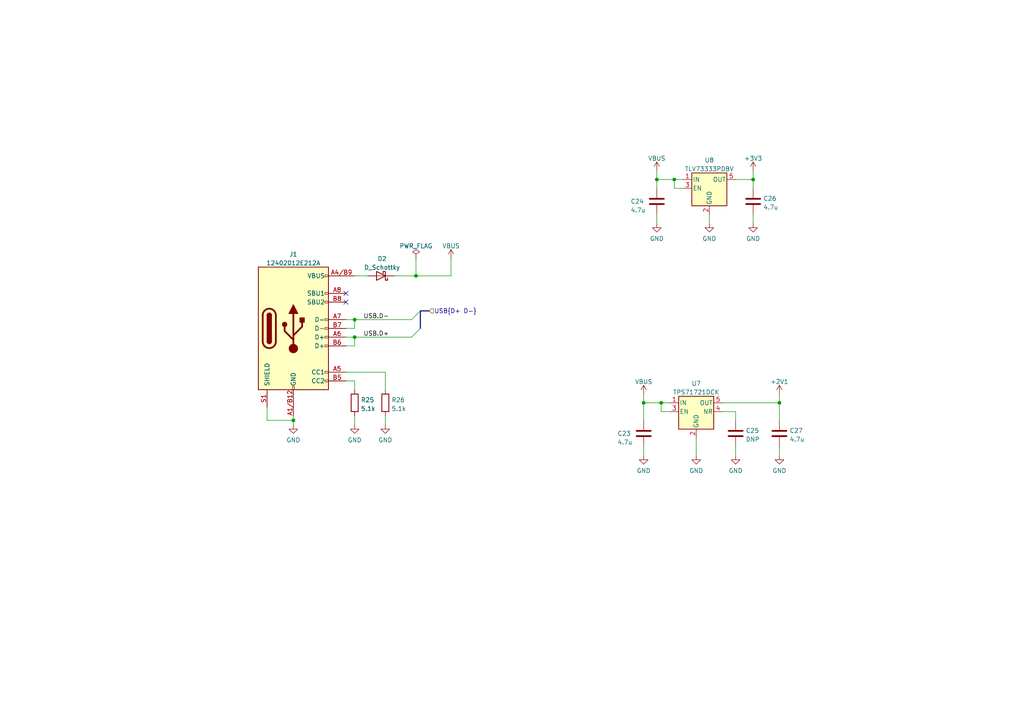
<source format=kicad_sch>
(kicad_sch (version 20211123) (generator eeschema)
  (paper "A4")
  (lib_symbols
    (symbol "Device:C" (pin_numbers hide) (pin_names (offset 0.254))
      (property "Reference" "C" (at 0.635 2.54 0))
      (property "Value" "C" (at 0.635 -2.54 0))
      (symbol "C_0_1"
        (polyline (pts (xy -2.032 -0.762) (xy 2.032 -0.762)) (stroke (width 0.508)))
        (polyline (pts (xy -2.032 0.762) (xy 2.032 0.762)) (stroke (width 0.508)))
      )
      (symbol "C_1_1"
        (pin passive line (at 0 3.81 270) (length 2.794) (name "~") (number "1"))
        (pin passive line (at 0 -3.81 90) (length 2.794) (name "~") (number "2"))
      )
    )
    (symbol "Device:D_Schottky" (pin_numbers hide) (pin_names (offset 1.016) hide)
      (property "Reference" "D" (at 0 2.54 0))
      (property "Value" "D_Schottky" (at 0 -2.54 0))
      (symbol "D_Schottky_0_1"
        (polyline (pts (xy 1.27 0) (xy -1.27 0)))
        (polyline (pts (xy 1.27 1.27) (xy 1.27 -1.27) (xy -1.27 0) (xy 1.27 1.27)) (stroke (width 0.254)))
        (polyline (pts (xy -1.905 0.635) (xy -1.905 1.27) (xy -1.27 1.27) (xy -1.27 -1.27) (xy -0.635 -1.27) (xy -0.635 -0.635)) (stroke (width 0.254)))
      )
      (symbol "D_Schottky_1_1"
        (pin passive line (at -3.81 0 0) (length 2.54) (name "K") (number "1"))
        (pin passive line (at 3.81 0 180) (length 2.54) (name "A") (number "2"))
      )
    )
    (symbol "Device:R" (pin_numbers hide) (pin_names (offset 0))
      (property "Reference" "R" (at 2.032 0 90))
      (property "Value" "R" (at 0 0 90))
      (symbol "R_0_1"
        (rectangle (start -1.016 -2.54) (end 1.016 2.54) (stroke (width 0.254)))
      )
      (symbol "R_1_1"
        (pin passive line (at 0 3.81 270) (length 1.27) (name "~") (number "1"))
        (pin passive line (at 0 -3.81 90) (length 1.27) (name "~") (number "2"))
      )
    )
    (symbol "Regulator_Linear:TLV73333PDBV" (pin_names (offset 0.254))
      (property "Reference" "U" (at -3.81 5.715 0))
      (property "Value" "TLV73333PDBV" (at 0 5.715 0))
      (symbol "TLV73333PDBV_0_1"
        (rectangle (start -5.08 4.445) (end 5.08 -5.08) (stroke (width 0.254)) (fill (type background)))
      )
      (symbol "TLV73333PDBV_1_1"
        (pin power_in line (at -7.62 2.54 0) (length 2.54) (name "IN") (number "1"))
        (pin power_in line (at 0 -7.62 90) (length 2.54) (name "GND") (number "2"))
        (pin input line (at -7.62 0 0) (length 2.54) (name "EN") (number "3"))
        (pin no_connect line (at 5.08 0 180) (length 2.54) hide (name "NC") (number "4"))
        (pin power_out line (at 7.62 2.54 180) (length 2.54) (name "OUT") (number "5"))
      )
    )
    (symbol "power:+3V3" (power) (pin_names (offset 0))
      (property "Value" "+3V3" (at 0 3.556 0))
      (symbol "+3V3_0_1"
        (polyline (pts (xy -0.762 1.27) (xy 0 2.54)))
        (polyline (pts (xy 0 0) (xy 0 2.54)))
        (polyline (pts (xy 0 2.54) (xy 0.762 1.27)))
      )
      (symbol "+3V3_1_1"
        (pin power_in line (at 0 0 90) (length 0) hide (name "+3V3") (number "1"))
      )
    )
    (symbol "power:GND" (power) (pin_names (offset 0))
      (property "Value" "GND" (at 0 -3.81 0))
      (symbol "GND_0_1"
        (polyline (pts (xy 0 0) (xy 0 -1.27) (xy 1.27 -1.27) (xy 0 -2.54) (xy -1.27 -1.27) (xy 0 -1.27)))
      )
      (symbol "GND_1_1"
        (pin power_in line (at 0 0 270) (length 0) hide (name "GND") (number "1"))
      )
    )
    (symbol "power:PWR_FLAG" (power) (pin_numbers hide) (pin_names (offset 0) hide)
      (property "Value" "PWR_FLAG" (at 0 3.81 0))
      (symbol "PWR_FLAG_0_0"
        (pin power_out line (at 0 0 90) (length 0) (name "pwr") (number "1"))
      )
      (symbol "PWR_FLAG_0_1"
        (polyline (pts (xy 0 0) (xy 0 1.27) (xy -1.016 1.905) (xy 0 2.54) (xy 1.016 1.905) (xy 0 1.27)))
      )
    )
    (symbol "power:VBUS" (power) (pin_names (offset 0))
      (property "Value" "VBUS" (at 0 3.81 0))
      (symbol "VBUS_0_1"
        (polyline (pts (xy -0.762 1.27) (xy 0 2.54)))
        (polyline (pts (xy 0 0) (xy 0 2.54)))
        (polyline (pts (xy 0 2.54) (xy 0.762 1.27)))
      )
      (symbol "VBUS_1_1"
        (pin power_in line (at 0 0 90) (length 0) hide (name "VBUS") (number "1"))
      )
    )
    (symbol "riotee:+2V1" (power) (pin_names (offset 0))
      (property "Value" "+2V1" (at 0 3.556 0))
      (symbol "+2V1_0_1"
        (polyline (pts (xy -0.762 1.27) (xy 0 2.54)))
        (polyline (pts (xy 0 0) (xy 0 2.54)))
        (polyline (pts (xy 0 2.54) (xy 0.762 1.27)))
      )
      (symbol "+2V1_1_1"
        (pin power_in line (at 0 0 90) (length 0) hide (name "+2V1") (number "1"))
      )
    )
    (symbol "riotee:12402012E212A" (pin_names (offset 1.016))
      (property "Reference" "J" (at -10.16 19.05 0))
      (property "Value" "12402012E212A" (at 19.05 19.05 0))
      (symbol "12402012E212A_0_0"
        (rectangle (start -0.254 -17.78) (end 0.254 -16.764))
        (rectangle (start 10.16 -14.986) (end 9.144 -15.494))
        (rectangle (start 10.16 -12.446) (end 9.144 -12.954))
        (rectangle (start 10.16 -4.826) (end 9.144 -5.334))
        (rectangle (start 10.16 -2.286) (end 9.144 -2.794))
        (rectangle (start 10.16 0.254) (end 9.144 -0.254))
        (rectangle (start 10.16 2.794) (end 9.144 2.286))
        (rectangle (start 10.16 7.874) (end 9.144 7.366))
        (rectangle (start 10.16 10.414) (end 9.144 9.906))
        (rectangle (start 10.16 15.494) (end 9.144 14.986))
      )
      (symbol "12402012E212A_0_1"
        (rectangle (start -10.16 17.78) (end 10.16 -17.78) (stroke (width 0.254)) (fill (type background)))
        (arc (start -8.89 -3.81) (mid -6.985 -5.715) (end -5.08 -3.81) (stroke (width 0.508)))
        (arc (start -7.62 -3.81) (mid -6.985 -4.445) (end -6.35 -3.81) (stroke (width 0.254)))
        (arc (start -7.62 -3.81) (mid -6.985 -4.445) (end -6.35 -3.81) (stroke (width 0.254)) (fill (type outline)))
        (rectangle (start -7.62 -3.81) (end -6.35 3.81) (stroke (width 0.254)) (fill (type outline)))
        (arc (start -6.35 3.81) (mid -6.985 4.445) (end -7.62 3.81) (stroke (width 0.254)))
        (arc (start -6.35 3.81) (mid -6.985 4.445) (end -7.62 3.81) (stroke (width 0.254)) (fill (type outline)))
        (arc (start -5.08 3.81) (mid -6.985 5.715) (end -8.89 3.81) (stroke (width 0.508)))
        (circle (center -2.54 1.143) (radius 0.635) (stroke (width 0.254)) (fill (type outline)))
        (circle (center 0 -5.842) (radius 1.27) (fill (type outline)))
        (polyline (pts (xy -8.89 -3.81) (xy -8.89 3.81)) (stroke (width 0.508)))
        (polyline (pts (xy -5.08 3.81) (xy -5.08 -3.81)) (stroke (width 0.508)))
        (polyline (pts (xy 0 -5.842) (xy 0 4.318)) (stroke (width 0.508)))
        (polyline (pts (xy 0 -3.302) (xy -2.54 -0.762) (xy -2.54 0.508)) (stroke (width 0.508)))
        (polyline (pts (xy 0 -2.032) (xy 2.54 0.508) (xy 2.54 1.778)) (stroke (width 0.508)))
        (polyline (pts (xy -1.27 4.318) (xy 0 6.858) (xy 1.27 4.318) (xy -1.27 4.318)) (stroke (width 0.254)) (fill (type outline)))
        (rectangle (start 1.905 1.778) (end 3.175 3.048) (stroke (width 0.254)) (fill (type outline)))
      )
      (symbol "12402012E212A_1_1"
        (pin power_out line (at 0 -25.4 90) (length 7.62) (name "GND") (number "A1/B12"))
        (pin passive line (at 17.78 15.24 180) (length 7.62) (name "VBUS") (number "A4/B9"))
        (pin bidirectional line (at 15.24 -12.7 180) (length 5.08) (name "CC1") (number "A5"))
        (pin bidirectional line (at 15.24 -2.54 180) (length 5.08) (name "D+") (number "A6"))
        (pin bidirectional line (at 15.24 2.54 180) (length 5.08) (name "D-") (number "A7"))
        (pin bidirectional line (at 15.24 10.16 180) (length 5.08) (name "SBU1") (number "A8"))
        (pin power_in line (at 0 -25.4 90) (length 7.62) hide (name "GND") (number "B1/A12"))
        (pin passive line (at 17.78 15.24 180) (length 7.62) hide (name "VBUS") (number "B4/A9"))
        (pin bidirectional line (at 15.24 -15.24 180) (length 5.08) (name "CC2") (number "B5"))
        (pin bidirectional line (at 15.24 -5.08 180) (length 5.08) (name "D+") (number "B6"))
        (pin bidirectional line (at 15.24 0 180) (length 5.08) (name "D-") (number "B7"))
        (pin bidirectional line (at 15.24 7.62 180) (length 5.08) (name "SBU2") (number "B8"))
        (pin passive line (at -7.62 -22.86 90) (length 5.08) (name "SHIELD") (number "S1"))
      )
    )
    (symbol "riotee:TPS71721DCK" (pin_names (offset 0.254))
      (property "Reference" "U" (at -3.81 5.715 0))
      (property "Value" "TPS71721DCK" (at 0 5.715 0))
      (symbol "TPS71721DCK_1_1"
        (rectangle (start 5.08 -5.08) (end -5.08 4.445) (stroke (width 0.254)) (fill (type background)))
        (pin power_in line (at -7.62 2.54 0) (length 2.54) (name "IN") (number "1"))
        (pin power_in line (at 0 -7.62 90) (length 2.54) (name "GND") (number "2"))
        (pin input line (at -7.62 0 0) (length 2.54) (name "EN") (number "3"))
        (pin bidirectional line (at 7.62 0 180) (length 2.54) (name "NR") (number "4"))
        (pin power_out line (at 7.62 2.54 180) (length 2.54) (name "OUT") (number "5"))
      )
    )
  )
  (junction (at 195.58 52.07))
  (junction (at 186.69 116.84))
  (junction (at 218.44 52.07))
  (junction (at 190.5 52.07))
  (junction (at 102.87 92.71))
  (junction (at 226.06 116.84))
  (junction (at 102.87 97.79))
  (junction (at 191.77 116.84))
  (junction (at 120.65 80.01))
  (junction (at 85.09 121.92))
  (no_connect (at 100.33 87.63))
  (no_connect (at 100.33 85.09))
  (bus_entry (at 121.92 90.17) (size -2.54 2.54))
  (bus_entry (at 121.92 95.25) (size -2.54 2.54))
  (wire (pts (xy 213.36 132.08) (xy 213.36 129.54)))
  (wire (pts (xy 77.47 121.92) (xy 85.09 121.92)))
  (wire (pts (xy 190.5 49.53) (xy 190.5 52.07)))
  (wire (pts (xy 226.06 114.3) (xy 226.06 116.84)))
  (wire (pts (xy 85.09 121.92) (xy 85.09 123.19)))
  (wire (pts (xy 100.33 95.25) (xy 102.87 95.25)))
  (wire (pts (xy 111.76 107.95) (xy 111.76 113.03)))
  (wire (pts (xy 190.5 52.07) (xy 190.5 54.61)))
  (wire (pts (xy 100.33 100.33) (xy 102.87 100.33)))
  (wire (pts (xy 191.77 119.38) (xy 194.31 119.38)))
  (wire (pts (xy 100.33 92.71) (xy 102.87 92.71)))
  (wire (pts (xy 226.06 116.84) (xy 226.06 121.92)))
  (wire (pts (xy 218.44 52.07) (xy 218.44 54.61)))
  (wire (pts (xy 218.44 62.23) (xy 218.44 64.77)))
  (wire (pts (xy 213.36 52.07) (xy 218.44 52.07)))
  (wire (pts (xy 190.5 52.07) (xy 195.58 52.07)))
  (wire (pts (xy 213.36 119.38) (xy 209.55 119.38)))
  (wire (pts (xy 190.5 62.23) (xy 190.5 64.77)))
  (wire (pts (xy 130.81 80.01) (xy 120.65 80.01)))
  (wire (pts (xy 194.31 116.84) (xy 191.77 116.84)))
  (wire (pts (xy 191.77 116.84) (xy 191.77 119.38)))
  (wire (pts (xy 85.09 120.65) (xy 85.09 121.92)))
  (wire (pts (xy 120.65 74.93) (xy 120.65 80.01)))
  (wire (pts (xy 100.33 107.95) (xy 111.76 107.95)))
  (wire (pts (xy 213.36 121.92) (xy 213.36 119.38)))
  (wire (pts (xy 106.68 80.01) (xy 102.87 80.01)))
  (wire (pts (xy 120.65 80.01) (xy 114.3 80.01)))
  (wire (pts (xy 205.74 62.23) (xy 205.74 64.77)))
  (wire (pts (xy 102.87 92.71) (xy 102.87 95.25)))
  (wire (pts (xy 111.76 120.65) (xy 111.76 123.19)))
  (bus (pts (xy 121.92 90.17) (xy 121.92 95.25)))
  (wire (pts (xy 100.33 97.79) (xy 102.87 97.79)))
  (wire (pts (xy 201.93 127) (xy 201.93 132.08)))
  (wire (pts (xy 186.69 129.54) (xy 186.69 132.08)))
  (wire (pts (xy 195.58 54.61) (xy 195.58 52.07)))
  (wire (pts (xy 186.69 116.84) (xy 186.69 121.92)))
  (wire (pts (xy 218.44 49.53) (xy 218.44 52.07)))
  (wire (pts (xy 102.87 97.79) (xy 119.38 97.79)))
  (bus (pts (xy 121.92 90.17) (xy 124.46 90.17)))
  (wire (pts (xy 209.55 116.84) (xy 226.06 116.84)))
  (wire (pts (xy 130.81 74.93) (xy 130.81 80.01)))
  (wire (pts (xy 102.87 97.79) (xy 102.87 100.33)))
  (wire (pts (xy 77.47 118.11) (xy 77.47 121.92)))
  (wire (pts (xy 102.87 120.65) (xy 102.87 123.19)))
  (wire (pts (xy 186.69 116.84) (xy 191.77 116.84)))
  (wire (pts (xy 226.06 129.54) (xy 226.06 132.08)))
  (wire (pts (xy 198.12 54.61) (xy 195.58 54.61)))
  (wire (pts (xy 186.69 114.3) (xy 186.69 116.84)))
  (wire (pts (xy 102.87 110.49) (xy 100.33 110.49)))
  (wire (pts (xy 102.87 92.71) (xy 119.38 92.71)))
  (wire (pts (xy 102.87 113.03) (xy 102.87 110.49)))
  (wire (pts (xy 198.12 52.07) (xy 195.58 52.07)))
  (label "USB.D-" (at 105.41 92.71 0))
  (label "USB.D+" (at 105.41 97.79 0))
  (hierarchical_label "USB{D+ D-}" (shape input) (at 124.46 90.17 0))
  (symbol (lib_id "power:GND") (at 205.74 64.77 0) (unit 1)
    (property "Reference" "#PWR044" (effects hide))
    (property "Value" "GND" (at 205.74 69.2134 0))
  )
  (symbol (lib_id "power:GND") (at 102.87 123.19 0) (unit 1)
    (property "Reference" "#PWR036" (effects hide))
    (property "Value" "GND" (at 102.87 127.6334 0))
  )
  (symbol (lib_id "Device:C") (at 190.5 58.42 0) (unit 1)
    (property "Reference" "C24" (at 182.88 58.4231 0) (effects (justify left)))
    (property "Value" "4.7u" (at 182.88 60.96 0) (effects (justify left)))
    (property "Footprint" "Capacitor_SMD:C_0402_1005Metric" (effects hide))
  )
  (symbol (lib_id "power:+3V3") (at 218.44 49.53 0) (unit 1)
    (property "Reference" "#PWR046" (effects hide))
    (property "Value" "+3V3" (at 218.44 45.9542 0))
  )
  (symbol (lib_id "power:GND") (at 218.44 64.77 0) (unit 1)
    (property "Reference" "#PWR047" (effects hide))
    (property "Value" "GND" (at 218.44 69.2134 0))
  )
  (symbol (lib_id "power:GND") (at 186.69 132.08 0) (unit 1)
    (property "Reference" "#PWR040" (effects hide))
    (property "Value" "GND" (at 186.69 136.5234 0))
  )
  (symbol (lib_id "Device:C") (at 213.36 125.73 0) (unit 1)
    (property "Reference" "C25" (at 216.281 124.8953 0) (effects (justify left)))
    (property "Value" "DNP" (at 216.281 127.4322 0) (effects (justify left)))
    (property "Footprint" "Capacitor_SMD:C_0402_1005Metric" (effects hide))
  )
  (symbol (lib_id "power:GND") (at 85.09 123.19 0) (unit 1)
    (property "Reference" "#PWR035" (effects hide))
    (property "Value" "GND" (at 85.09 127.6334 0))
  )
  (symbol (lib_id "Regulator_Linear:TLV73333PDBV") (at 205.74 54.61 0) (unit 1)
    (property "Reference" "U8" (at 205.74 46.4652 0))
    (property "Value" "TLV73333PDBV" (at 205.74 49.0021 0))
    (property "Footprint" "riotee:TI_DBV0005A" (effects hide))
    (property "Datasheet" "http://www.ti.com/lit/ds/symlink/tlv733p.pdf" (effects hide))
  )
  (symbol (lib_id "riotee:12402012E212A") (at 85.09 95.25 0) (unit 1)
    (property "Reference" "J1" (at 85.09 73.7702 0))
    (property "Value" "12402012E212A" (at 85.09 76.3071 0))
    (property "Footprint" "riotee:AMPH_12402012E212A" (effects hide))
    (property "Datasheet" "https://www.amphenol-cs.com/usb2-0-12402012e212a.html" (effects hide))
  )
  (symbol (lib_id "power:GND") (at 190.5 64.77 0) (unit 1)
    (property "Reference" "#PWR042" (effects hide))
    (property "Value" "GND" (at 190.5 69.2134 0))
  )
  (symbol (lib_id "power:GND") (at 201.93 132.08 0) (unit 1)
    (property "Reference" "#PWR043" (effects hide))
    (property "Value" "GND" (at 201.93 136.5234 0))
  )
  (symbol (lib_id "power:VBUS") (at 190.5 49.53 0) (unit 1)
    (property "Reference" "#PWR041" (effects hide))
    (property "Value" "VBUS" (at 190.5 45.9542 0))
  )
  (symbol (lib_id "power:PWR_FLAG") (at 120.65 74.93 0) (unit 1)
    (property "Reference" "#FLG04" (effects hide))
    (property "Value" "PWR_FLAG" (at 120.65 71.3542 0))
  )
  (symbol (lib_id "Device:C") (at 218.44 58.42 0) (unit 1)
    (property "Reference" "C26" (at 221.361 57.5853 0) (effects (justify left)))
    (property "Value" "4.7u" (at 221.361 60.1222 0) (effects (justify left)))
    (property "Footprint" "Capacitor_SMD:C_0402_1005Metric" (effects hide))
  )
  (symbol (lib_id "Device:C") (at 186.69 125.73 0) (unit 1)
    (property "Reference" "C23" (at 179.07 125.7331 0) (effects (justify left)))
    (property "Value" "4.7u" (at 179.07 128.27 0) (effects (justify left)))
    (property "Footprint" "Capacitor_SMD:C_0402_1005Metric" (effects hide))
  )
  (symbol (lib_id "Device:R") (at 111.76 116.84 0) (unit 1)
    (property "Reference" "R26" (at 113.538 116.0053 0) (effects (justify left)))
    (property "Value" "5.1k" (at 113.538 118.5422 0) (effects (justify left)))
    (property "Footprint" "Resistor_SMD:R_0402_1005Metric" (effects hide))
  )
  (symbol (lib_id "power:GND") (at 213.36 132.08 0) (unit 1)
    (property "Reference" "#PWR045" (effects hide))
    (property "Value" "GND" (at 213.36 136.5234 0))
  )
  (symbol (lib_id "riotee:+2V1") (at 226.06 114.3 0) (unit 1)
    (property "Reference" "#PWR048" (effects hide))
    (property "Value" "+2V1" (at 226.06 110.7242 0))
  )
  (symbol (lib_id "power:VBUS") (at 186.69 114.3 0) (unit 1)
    (property "Reference" "#PWR039" (effects hide))
    (property "Value" "VBUS" (at 186.69 110.7242 0))
  )
  (symbol (lib_id "riotee:TPS71721DCK") (at 201.93 119.38 0) (unit 1)
    (property "Reference" "U7" (at 201.93 111.2352 0))
    (property "Value" "TPS71721DCK" (at 201.93 113.7721 0))
    (property "Footprint" "riotee:TI_DCK0005A" (effects hide))
    (property "Datasheet" "https://www.ti.com/lit/ds/symlink/tps717.pdf" (effects hide))
  )
  (symbol (lib_id "Device:C") (at 226.06 125.73 0) (unit 1)
    (property "Reference" "C27" (at 228.981 124.8953 0) (effects (justify left)))
    (property "Value" "4.7u" (at 228.981 127.4322 0) (effects (justify left)))
    (property "Footprint" "Capacitor_SMD:C_0402_1005Metric" (effects hide))
  )
  (symbol (lib_id "Device:R") (at 102.87 116.84 0) (unit 1)
    (property "Reference" "R25" (at 104.648 116.0053 0) (effects (justify left)))
    (property "Value" "5.1k" (at 104.648 118.5422 0) (effects (justify left)))
    (property "Footprint" "Resistor_SMD:R_0402_1005Metric" (effects hide))
  )
  (symbol (lib_id "power:VBUS") (at 130.81 74.93 0) (unit 1)
    (property "Reference" "#PWR038" (effects hide))
    (property "Value" "VBUS" (at 130.81 71.3542 0))
  )
  (symbol (lib_id "Device:D_Schottky") (at 110.49 80.01 180) (unit 1)
    (property "Reference" "D2" (at 110.8075 75.0402 0))
    (property "Value" "D_Schottky" (at 110.8075 77.5771 0))
    (property "Footprint" "Diode_SMD:D_SOD-523" (effects hide))
  )
  (symbol (lib_id "power:GND") (at 111.76 123.19 0) (unit 1)
    (property "Reference" "#PWR037" (effects hide))
    (property "Value" "GND" (at 111.76 127.6334 0))
  )
  (symbol (lib_id "power:GND") (at 226.06 132.08 0) (unit 1)
    (property "Reference" "#PWR049" (effects hide))
    (property "Value" "GND" (at 226.06 136.5234 0))
  )
)
</source>
